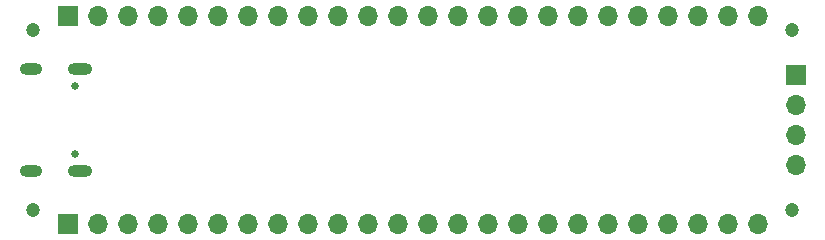
<source format=gbs>
%TF.GenerationSoftware,KiCad,Pcbnew,7.0.10*%
%TF.CreationDate,2024-01-31T15:03:47+08:00*%
%TF.ProjectId,UINIO-MCU-GD32F103CBT6,55494e49-4f2d-44d4-9355-2d4744333246,Version 3.1.2*%
%TF.SameCoordinates,PX72c1710PY5584170*%
%TF.FileFunction,Soldermask,Bot*%
%TF.FilePolarity,Negative*%
%FSLAX46Y46*%
G04 Gerber Fmt 4.6, Leading zero omitted, Abs format (unit mm)*
G04 Created by KiCad (PCBNEW 7.0.10) date 2024-01-31 15:03:47*
%MOMM*%
%LPD*%
G01*
G04 APERTURE LIST*
%ADD10R,1.700000X1.700000*%
%ADD11O,1.700000X1.700000*%
%ADD12C,1.200000*%
%ADD13C,0.650000*%
%ADD14O,2.100000X1.000000*%
%ADD15O,1.900000X1.000000*%
G04 APERTURE END LIST*
D10*
%TO.C,J3*%
X63629060Y-6372130D03*
D11*
X63629060Y-8912130D03*
X63629060Y-11452130D03*
X63629060Y-13992130D03*
%TD*%
D12*
%TO.C,HOLE\u002A\u002A*%
X-920940Y-2552130D03*
%TD*%
%TO.C,HOLE\u002A\u002A*%
X63339060Y-2552130D03*
%TD*%
%TO.C,HOLE\u002A\u002A*%
X63339060Y-17762130D03*
%TD*%
D13*
%TO.C,USB1*%
X2568060Y-7282130D03*
X2568060Y-13062130D03*
D14*
X3068060Y-5847130D03*
X3068060Y-14497130D03*
D15*
X-1131940Y-5847130D03*
X-1131940Y-14497130D03*
%TD*%
D12*
%TO.C,HOLE\u002A\u002A*%
X-920940Y-17772130D03*
%TD*%
D10*
%TO.C,J1*%
X1999060Y-1342130D03*
D11*
X4539060Y-1342130D03*
X7079060Y-1342130D03*
X9619060Y-1342130D03*
X12159060Y-1342130D03*
X14699060Y-1342130D03*
X17239060Y-1342130D03*
X19779060Y-1342130D03*
X22319060Y-1342130D03*
X24859060Y-1342130D03*
X27399060Y-1342130D03*
X29939060Y-1342130D03*
X32479060Y-1342130D03*
X35019060Y-1342130D03*
X37559060Y-1342130D03*
X40099060Y-1342130D03*
X42639060Y-1342130D03*
X45179060Y-1342130D03*
X47719060Y-1342130D03*
X50259060Y-1342130D03*
X52799060Y-1342130D03*
X55339060Y-1342130D03*
X57879060Y-1342130D03*
X60419060Y-1342130D03*
%TD*%
D10*
%TO.C,J2*%
X1999060Y-18982130D03*
D11*
X4539060Y-18982130D03*
X7079060Y-18982130D03*
X9619060Y-18982130D03*
X12159060Y-18982130D03*
X14699060Y-18982130D03*
X17239060Y-18982130D03*
X19779060Y-18982130D03*
X22319060Y-18982130D03*
X24859060Y-18982130D03*
X27399060Y-18982130D03*
X29939060Y-18982130D03*
X32479060Y-18982130D03*
X35019060Y-18982130D03*
X37559060Y-18982130D03*
X40099060Y-18982130D03*
X42639060Y-18982130D03*
X45179060Y-18982130D03*
X47719060Y-18982130D03*
X50259060Y-18982130D03*
X52799060Y-18982130D03*
X55339060Y-18982130D03*
X57879060Y-18982130D03*
X60419060Y-18982130D03*
%TD*%
M02*

</source>
